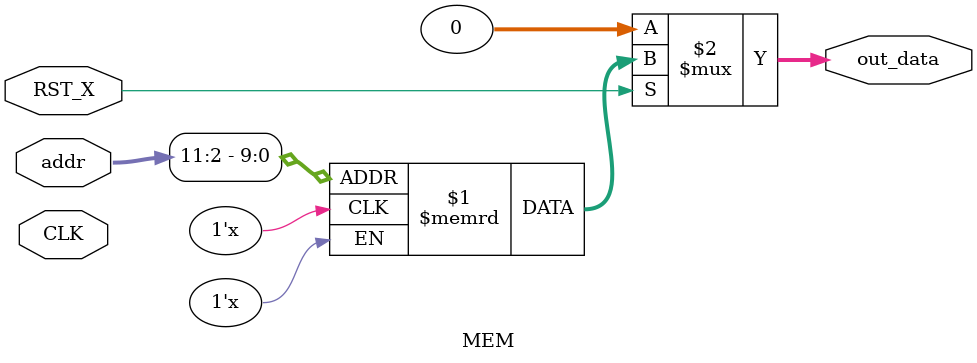
<source format=v>
module MEM(
    input wire CLK, RST_X,
    input wire [31:0] addr,
    output wire [31:0] out_data
);
    reg [31:0] mem[0:1024];
    assign #5 out_data = (RST_X ? mem[addr[11:2]] : 0);
endmodule

</source>
